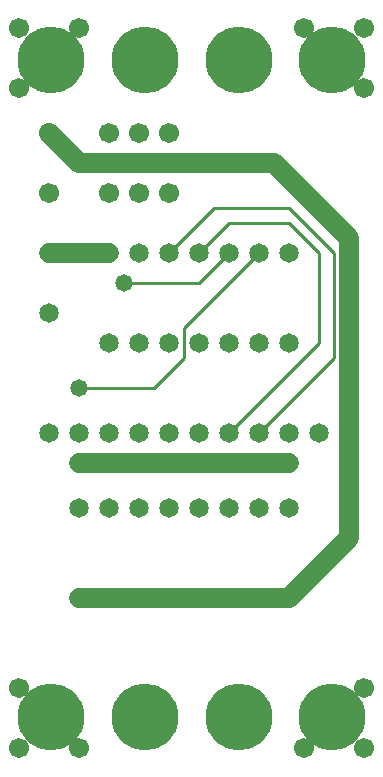
<source format=gbl>
%MOIN*%
%FSLAX25Y25*%
G04 D10 used for Character Trace; *
G04     Circle (OD=.01000) (No hole)*
G04 D11 used for Power Trace; *
G04     Circle (OD=.06700) (No hole)*
G04 D12 used for Signal Trace; *
G04     Circle (OD=.01100) (No hole)*
G04 D13 used for Via; *
G04     Circle (OD=.05800) (Round. Hole ID=.02800)*
G04 D14 used for Component hole; *
G04     Circle (OD=.06500) (Round. Hole ID=.03500)*
G04 D15 used for Component hole; *
G04     Circle (OD=.06700) (Round. Hole ID=.04300)*
G04 D16 used for Component hole; *
G04     Circle (OD=.08100) (Round. Hole ID=.05100)*
G04 D17 used for Component hole; *
G04     Circle (OD=.08900) (Round. Hole ID=.05900)*
G04 D18 used for Component hole; *
G04     Circle (OD=.11300) (Round. Hole ID=.08300)*
G04 D19 used for Component hole; *
G04     Circle (OD=.16000) (Round. Hole ID=.13000)*
G04 D20 used for Component hole; *
G04     Circle (OD=.18300) (Round. Hole ID=.15300)*
G04 D21 used for Component hole; *
G04     Circle (OD=.22291) (Round. Hole ID=.19291)*
%ADD10C,.01000*%
%ADD11C,.06700*%
%ADD12C,.01100*%
%ADD13C,.05800*%
%ADD14C,.06500*%
%ADD15C,.06700*%
%ADD16C,.08100*%
%ADD17C,.08900*%
%ADD18C,.11300*%
%ADD19C,.16000*%
%ADD20C,.18300*%
%ADD21C,.22291*%
%IPPOS*%
%LPD*%
G90*X0Y0D02*D15*X5000Y5000D03*D21*X15625Y15625D03*
D15*X5000Y25000D03*X25000Y5000D03*D21*            
X46875Y15625D03*D14*X55000Y55000D03*D11*X45000D01*
D14*D03*D11*X35000D01*D14*D03*D11*X25000D01*D14*  
D03*X55000Y85000D03*X45000D03*X35000D03*D11*      
X55000Y55000D02*X65000D01*D14*D03*D11*X75000D01*  
D14*D03*D11*X85000D01*D14*D03*D11*X95000D01*D14*  
D03*D11*X115000Y75000D01*Y175000D01*              
X90000Y200000D01*X25000D01*X15000Y210000D01*D15*  
D03*X5000Y225000D03*X35000Y190000D03*Y210000D03*  
X15000Y190000D03*D21*X15625Y234375D03*D15*        
X45000Y190000D03*Y210000D03*D21*X46875Y234375D03* 
D15*X25000Y245000D03*X5000D03*D14*                
X55000Y170000D03*D12*X70000Y185000D01*X95000D01*  
X110000Y170000D01*Y135000D01*X85000Y110000D01*D14*
D03*X95000Y100000D03*D11*X85000D01*D14*D03*D11*   
X75000D01*D14*D03*D11*X65000D01*D14*D03*D11*      
X55000D01*D14*D03*D11*X45000D01*D14*D03*D11*      
X35000D01*D14*D03*D11*X25000D01*D14*D03*          
X35000Y110000D03*X15000D03*X25000D03*Y85000D03*   
X45000Y110000D03*D12*X25000Y125000D02*X50000D01*  
D13*X25000D03*D14*X35000Y140000D03*X45000D03*D12* 
X50000Y125000D02*X60000Y135000D01*Y145000D01*     
X85000Y170000D01*D14*D03*D12*X105000D02*          
X95000Y180000D01*X105000Y140000D02*Y170000D01*    
X75000Y110000D02*X105000Y140000D01*D14*           
X75000Y110000D03*X65000D03*X95000D03*X55000D03*   
X65000Y85000D03*X75000D03*X85000D03*X95000D03*    
Y140000D03*X85000D03*X105000Y110000D03*           
X75000Y140000D03*X65000D03*X55000D03*D12*         
X40000Y160000D02*X65000D01*D13*X40000D03*D14*     
X45000Y170000D03*X35000D03*D11*X15000D01*D14*D03* 
Y150000D03*D15*X55000Y210000D03*Y190000D03*D12*   
X65000Y160000D02*X75000Y170000D01*D14*D03*D12*    
X65000D02*X75000Y180000D01*D14*X65000Y170000D03*  
D12*X75000Y180000D02*X95000D01*D14*Y170000D03*D15*
X120000Y225000D03*D21*X109375Y234375D03*X78125D03*
D15*X120000Y245000D03*X100000D03*X120000Y25000D03*
D21*X78125Y15625D03*X109375D03*D15*               
X100000Y5000D03*X120000D03*M02*                   

</source>
